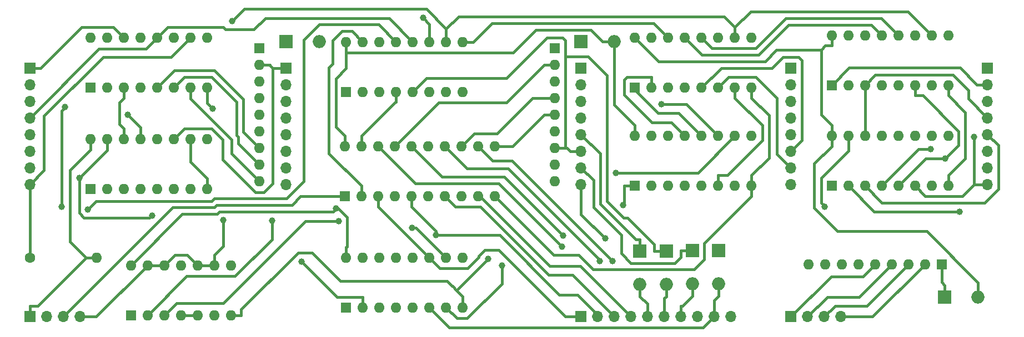
<source format=gbr>
%TF.GenerationSoftware,KiCad,Pcbnew,7.0.2*%
%TF.CreationDate,2023-06-28T00:57:01+01:00*%
%TF.ProjectId,SPI-Z80-BUS_ZXspectrum_impl,5350492d-5a38-4302-9d42-55535f5a5873,rev?*%
%TF.SameCoordinates,PX3473bc0PY19bfcc0*%
%TF.FileFunction,Copper,L2,Bot*%
%TF.FilePolarity,Positive*%
%FSLAX46Y46*%
G04 Gerber Fmt 4.6, Leading zero omitted, Abs format (unit mm)*
G04 Created by KiCad (PCBNEW 7.0.2) date 2023-06-28 00:57:01*
%MOMM*%
%LPD*%
G01*
G04 APERTURE LIST*
%TA.AperFunction,ComponentPad*%
%ADD10R,1.700000X1.700000*%
%TD*%
%TA.AperFunction,ComponentPad*%
%ADD11O,1.700000X1.700000*%
%TD*%
%TA.AperFunction,ComponentPad*%
%ADD12R,1.600000X1.600000*%
%TD*%
%TA.AperFunction,ComponentPad*%
%ADD13O,1.600000X1.600000*%
%TD*%
%TA.AperFunction,ComponentPad*%
%ADD14R,2.000000X2.000000*%
%TD*%
%TA.AperFunction,ComponentPad*%
%ADD15O,2.000000X2.000000*%
%TD*%
%TA.AperFunction,ComponentPad*%
%ADD16C,1.600000*%
%TD*%
%TA.AperFunction,ViaPad*%
%ADD17C,1.000000*%
%TD*%
%TA.AperFunction,Conductor*%
%ADD18C,0.400000*%
%TD*%
G04 APERTURE END LIST*
D10*
%TO.P,LOCAL_CONTROL1,1,Pin_1*%
%TO.N,/SPI-Z80-BUS/LOCAL_CONTROL.RD*%
X120000000Y-50000000D03*
D11*
%TO.P,LOCAL_CONTROL1,2,Pin_2*%
%TO.N,/SPI-Z80-BUS/LOCAL_CONTROL.WR*%
X122540000Y-50000000D03*
%TO.P,LOCAL_CONTROL1,3,Pin_3*%
%TO.N,/SPI-Z80-BUS/LOCAL_CONTROL.IORQ*%
X125080000Y-50000000D03*
%TO.P,LOCAL_CONTROL1,4,Pin_4*%
%TO.N,/SPI-Z80-BUS/LOCAL_CONTROL.MEMRQ*%
X127620000Y-50000000D03*
%TD*%
D12*
%TO.P,ZX80_CONTROL.RD1,1,~{PL}*%
%TO.N,/SPI-Z80-BUS/ESP_SPI_INT.PL*%
X52220000Y-48635000D03*
D13*
%TO.P,ZX80_CONTROL.RD1,2,CP*%
%TO.N,/SPI-Z80-BUS/ESP_SPI_INT.SCK*%
X54760000Y-48635000D03*
%TO.P,ZX80_CONTROL.RD1,3,D4*%
%TO.N,/SPI-Z80-BUS/Z80_CONTROL.BUSRQ*%
X57300000Y-48635000D03*
%TO.P,ZX80_CONTROL.RD1,4,D5*%
%TO.N,/SPI-Z80-BUS/Z80_CONTROL.WAIT*%
X59840000Y-48635000D03*
%TO.P,ZX80_CONTROL.RD1,5,D6*%
%TO.N,/SPI-Z80-BUS/Z80_CONTROL.BUSACK*%
X62380000Y-48635000D03*
%TO.P,ZX80_CONTROL.RD1,6,D7*%
%TO.N,/SPI-Z80-BUS/Z80_CONTROL.NMI*%
X64920000Y-48635000D03*
%TO.P,ZX80_CONTROL.RD1,7,~{Q7}*%
%TO.N,Net-(LOCAL_A-L.RD1-DS)*%
X67460000Y-48635000D03*
%TO.P,ZX80_CONTROL.RD1,8,GND*%
%TO.N,GND*%
X70000000Y-48635000D03*
%TO.P,ZX80_CONTROL.RD1,9,Q7*%
%TO.N,unconnected-(ZX80_CONTROL.RD1-Q7-Pad9)*%
X70000000Y-41015000D03*
%TO.P,ZX80_CONTROL.RD1,10,DS*%
%TO.N,Net-(LOCAL_D.RD1-~{Q7})*%
X67460000Y-41015000D03*
%TO.P,ZX80_CONTROL.RD1,11,D0*%
%TO.N,/SPI-Z80-BUS/Z80_CONTROL.RD*%
X64920000Y-41015000D03*
%TO.P,ZX80_CONTROL.RD1,12,D1*%
%TO.N,/SPI-Z80-BUS/Z80_CONTROL.WR*%
X62380000Y-41015000D03*
%TO.P,ZX80_CONTROL.RD1,13,D2*%
%TO.N,/SPI-Z80-BUS/Z80_CONTROL.IORQ*%
X59840000Y-41015000D03*
%TO.P,ZX80_CONTROL.RD1,14,D3*%
%TO.N,/SPI-Z80-BUS/Z80_CONTROL.MEMRQ*%
X57300000Y-41015000D03*
%TO.P,ZX80_CONTROL.RD1,15,~{CE}*%
%TO.N,/SPI-Z80-BUS/ESP_SPI_INT.CE*%
X54760000Y-41015000D03*
%TO.P,ZX80_CONTROL.RD1,16,VCC*%
%TO.N,+5V*%
X52220000Y-41015000D03*
%TD*%
D14*
%TO.P,D5,1,K*%
%TO.N,/SPI-Z80-BUS/ESP_CONTROL.ROMCS*%
X105000000Y-39920000D03*
D15*
%TO.P,D5,2,A*%
%TO.N,/SPI-Z80-BUS/Z80_CONTROL.ROMCS*%
X105000000Y-45000000D03*
%TD*%
D12*
%TO.P,IC1,1*%
%TO.N,/SPI-Z80-BUS/ESP_PULSE*%
X19375000Y-49800000D03*
D13*
%TO.P,IC1,2*%
%TO.N,/SPI-Z80-BUS/ESP_CONTROL.WR*%
X21915000Y-49800000D03*
%TO.P,IC1,3*%
%TO.N,Net-(CONTROL.SELECT1-1A1)*%
X24455000Y-49800000D03*
%TO.P,IC1,4*%
%TO.N,GND*%
X26995000Y-49800000D03*
%TO.P,IC1,5*%
X29535000Y-49800000D03*
%TO.P,IC1,6*%
%TO.N,unconnected-(IC1-Pad6)*%
X32075000Y-49800000D03*
%TO.P,IC1,7,GND*%
%TO.N,GND*%
X34615000Y-49800000D03*
%TO.P,IC1,8*%
%TO.N,unconnected-(IC1-Pad8)*%
X34615000Y-42180000D03*
%TO.P,IC1,9*%
%TO.N,GND*%
X32075000Y-42180000D03*
%TO.P,IC1,10*%
X29535000Y-42180000D03*
%TO.P,IC1,11*%
%TO.N,unconnected-(IC1-Pad11)*%
X26995000Y-42180000D03*
%TO.P,IC1,12*%
%TO.N,GND*%
X24455000Y-42180000D03*
%TO.P,IC1,13*%
X21915000Y-42180000D03*
%TO.P,IC1,14,VCC*%
%TO.N,+5V*%
X19375000Y-42180000D03*
%TD*%
D10*
%TO.P,J6,1,Pin_1*%
%TO.N,/SPI-Z80-BUS/LOCAL_A0*%
X120000000Y-12000000D03*
D11*
%TO.P,J6,2,Pin_2*%
%TO.N,/SPI-Z80-BUS/LOCAL_A1*%
X120000000Y-14540000D03*
%TO.P,J6,3,Pin_3*%
%TO.N,/SPI-Z80-BUS/LOCAL_A2*%
X120000000Y-17080000D03*
%TO.P,J6,4,Pin_4*%
%TO.N,/SPI-Z80-BUS/LOCAL_A3*%
X120000000Y-19620000D03*
%TO.P,J6,5,Pin_5*%
%TO.N,/SPI-Z80-BUS/LOCAL_A4*%
X120000000Y-22160000D03*
%TO.P,J6,6,Pin_6*%
%TO.N,/SPI-Z80-BUS/LOCAL_A5*%
X120000000Y-24700000D03*
%TO.P,J6,7,Pin_7*%
%TO.N,/SPI-Z80-BUS/LOCAL_A6*%
X120000000Y-27240000D03*
%TO.P,J6,8,Pin_8*%
%TO.N,/SPI-Z80-BUS/LOCAL_A7*%
X120000000Y-29780000D03*
%TD*%
D14*
%TO.P,D3,1,K*%
%TO.N,/SPI-Z80-BUS/ESP_CONTROL.BUSRQ*%
X97000000Y-40000000D03*
D15*
%TO.P,D3,2,A*%
%TO.N,/SPI-Z80-BUS/Z80_CONTROL.BUSRQ*%
X97000000Y-45080000D03*
%TD*%
D12*
%TO.P,RN1,1,common*%
%TO.N,Net-(D7-K)*%
X143000000Y-42000000D03*
D13*
%TO.P,RN1,2,R1*%
%TO.N,/SPI-Z80-BUS/LOCAL_CONTROL.MEMRQ*%
X140460000Y-42000000D03*
%TO.P,RN1,3,R2*%
%TO.N,/SPI-Z80-BUS/LOCAL_CONTROL.IORQ*%
X137920000Y-42000000D03*
%TO.P,RN1,4,R3*%
%TO.N,/SPI-Z80-BUS/LOCAL_CONTROL.WR*%
X135380000Y-42000000D03*
%TO.P,RN1,5,R4*%
%TO.N,/SPI-Z80-BUS/LOCAL_CONTROL.RD*%
X132840000Y-42000000D03*
%TO.P,RN1,6,R5*%
%TO.N,unconnected-(RN1-R5-Pad6)*%
X130300000Y-42000000D03*
%TO.P,RN1,7,R6*%
%TO.N,unconnected-(RN1-R6-Pad7)*%
X127760000Y-42000000D03*
%TO.P,RN1,8,R7*%
%TO.N,unconnected-(RN1-R7-Pad8)*%
X125220000Y-42000000D03*
%TO.P,RN1,9,R8*%
%TO.N,unconnected-(RN1-R8-Pad9)*%
X122680000Y-42000000D03*
%TD*%
D14*
%TO.P,D7,1,K*%
%TO.N,Net-(D7-K)*%
X143460000Y-47000000D03*
D15*
%TO.P,D7,2,A*%
%TO.N,+5V*%
X148540000Y-47000000D03*
%TD*%
D14*
%TO.P,D1,1,K*%
%TO.N,Net-(D1-K)*%
X88000000Y-8000000D03*
D15*
%TO.P,D1,2,A*%
%TO.N,+5V*%
X93080000Y-8000000D03*
%TD*%
D12*
%TO.P,LOCAL_D.WR1,1,QB*%
%TO.N,/SPI-Z80-BUS/LOCAL_D1*%
X13260000Y-15000000D03*
D13*
%TO.P,LOCAL_D.WR1,2,QC*%
%TO.N,/SPI-Z80-BUS/LOCAL_D2*%
X15800000Y-15000000D03*
%TO.P,LOCAL_D.WR1,3,QD*%
%TO.N,/SPI-Z80-BUS/LOCAL_D3*%
X18340000Y-15000000D03*
%TO.P,LOCAL_D.WR1,4,QE*%
%TO.N,/SPI-Z80-BUS/LOCAL_D4*%
X20880000Y-15000000D03*
%TO.P,LOCAL_D.WR1,5,QF*%
%TO.N,/SPI-Z80-BUS/LOCAL_D5*%
X23420000Y-15000000D03*
%TO.P,LOCAL_D.WR1,6,QG*%
%TO.N,/SPI-Z80-BUS/LOCAL_D6*%
X25960000Y-15000000D03*
%TO.P,LOCAL_D.WR1,7,QH*%
%TO.N,/SPI-Z80-BUS/LOCAL_D7*%
X28500000Y-15000000D03*
%TO.P,LOCAL_D.WR1,8,GND*%
%TO.N,GND*%
X31040000Y-15000000D03*
%TO.P,LOCAL_D.WR1,9,QH'*%
%TO.N,Net-(ESP_CONTROL.WR1-SER)*%
X31040000Y-7380000D03*
%TO.P,LOCAL_D.WR1,10,~{SRCLR}*%
%TO.N,/SPI-Z80-BUS/ESP_SPI_INT.MR*%
X28500000Y-7380000D03*
%TO.P,LOCAL_D.WR1,11,SRCLK*%
%TO.N,/SPI-Z80-BUS/ESP_SPI_INT.SCK*%
X25960000Y-7380000D03*
%TO.P,LOCAL_D.WR1,12,RCLK*%
%TO.N,/SPI-Z80-BUS/ESP_SPI_INT.STC*%
X23420000Y-7380000D03*
%TO.P,LOCAL_D.WR1,13,~{OE}*%
%TO.N,/SPI-Z80-BUS/ESP_CONTROL.WR*%
X20880000Y-7380000D03*
%TO.P,LOCAL_D.WR1,14,SER*%
%TO.N,/SPI-Z80-BUS/ESP_SPI_INT.MOSI*%
X18340000Y-7380000D03*
%TO.P,LOCAL_D.WR1,15,QA*%
%TO.N,/SPI-Z80-BUS/LOCAL_D0*%
X15800000Y-7380000D03*
%TO.P,LOCAL_D.WR1,16,VCC*%
%TO.N,+5V*%
X13260000Y-7380000D03*
%TD*%
D12*
%TO.P,LOCAL_D.RD1,1,~{PL}*%
%TO.N,/SPI-Z80-BUS/ESP_SPI_INT.PL*%
X13220000Y-30500000D03*
D13*
%TO.P,LOCAL_D.RD1,2,CP*%
%TO.N,/SPI-Z80-BUS/ESP_SPI_INT.SCK*%
X15760000Y-30500000D03*
%TO.P,LOCAL_D.RD1,3,D4*%
%TO.N,/SPI-Z80-BUS/LOCAL_D4*%
X18300000Y-30500000D03*
%TO.P,LOCAL_D.RD1,4,D5*%
%TO.N,/SPI-Z80-BUS/LOCAL_D5*%
X20840000Y-30500000D03*
%TO.P,LOCAL_D.RD1,5,D6*%
%TO.N,/SPI-Z80-BUS/LOCAL_D6*%
X23380000Y-30500000D03*
%TO.P,LOCAL_D.RD1,6,D7*%
%TO.N,/SPI-Z80-BUS/LOCAL_D7*%
X25920000Y-30500000D03*
%TO.P,LOCAL_D.RD1,7,~{Q7}*%
%TO.N,Net-(LOCAL_D.RD1-~{Q7})*%
X28460000Y-30500000D03*
%TO.P,LOCAL_D.RD1,8,GND*%
%TO.N,GND*%
X31000000Y-30500000D03*
%TO.P,LOCAL_D.RD1,9,Q7*%
%TO.N,unconnected-(LOCAL_D.RD1-Q7-Pad9)*%
X31000000Y-22880000D03*
%TO.P,LOCAL_D.RD1,10,DS*%
%TO.N,GND*%
X28460000Y-22880000D03*
%TO.P,LOCAL_D.RD1,11,D0*%
%TO.N,/SPI-Z80-BUS/LOCAL_D0*%
X25920000Y-22880000D03*
%TO.P,LOCAL_D.RD1,12,D1*%
%TO.N,/SPI-Z80-BUS/LOCAL_D1*%
X23380000Y-22880000D03*
%TO.P,LOCAL_D.RD1,13,D2*%
%TO.N,/SPI-Z80-BUS/LOCAL_D2*%
X20840000Y-22880000D03*
%TO.P,LOCAL_D.RD1,14,D3*%
%TO.N,/SPI-Z80-BUS/LOCAL_D3*%
X18300000Y-22880000D03*
%TO.P,LOCAL_D.RD1,15,~{CE}*%
%TO.N,/SPI-Z80-BUS/ESP_SPI_INT.CE*%
X15760000Y-22880000D03*
%TO.P,LOCAL_D.RD1,16,VCC*%
%TO.N,+5V*%
X13220000Y-22880000D03*
%TD*%
D12*
%TO.P,ESP_CONTROL.WR1,1,QB*%
%TO.N,/SPI-Z80-BUS/ESP_CONTROL.WR*%
X52220000Y-15635000D03*
D13*
%TO.P,ESP_CONTROL.WR1,2,QC*%
%TO.N,/SPI-Z80-BUS/ESP_CONTROL.IORQ*%
X54760000Y-15635000D03*
%TO.P,ESP_CONTROL.WR1,3,QD*%
%TO.N,/SPI-Z80-BUS/ESP_CONTROL.MEMRQ*%
X57300000Y-15635000D03*
%TO.P,ESP_CONTROL.WR1,4,QE*%
%TO.N,/SPI-Z80-BUS/ESP_CONTROL.BUSRQ*%
X59840000Y-15635000D03*
%TO.P,ESP_CONTROL.WR1,5,QF*%
%TO.N,/SPI-Z80-BUS/ESP_CONTROL.WAIT*%
X62380000Y-15635000D03*
%TO.P,ESP_CONTROL.WR1,6,QG*%
%TO.N,/SPI-Z80-BUS/ESP_CONTROL.ROMCS*%
X64920000Y-15635000D03*
%TO.P,ESP_CONTROL.WR1,7,QH*%
%TO.N,/SPI-Z80-BUS/ESP_CONTROL.NMI*%
X67460000Y-15635000D03*
%TO.P,ESP_CONTROL.WR1,8,GND*%
%TO.N,GND*%
X70000000Y-15635000D03*
%TO.P,ESP_CONTROL.WR1,9,QH'*%
%TO.N,Net-(ESP_CONTROL.WR1-QH')*%
X70000000Y-8015000D03*
%TO.P,ESP_CONTROL.WR1,10,~{SRCLR}*%
%TO.N,/SPI-Z80-BUS/ESP_SPI_INT.MR*%
X67460000Y-8015000D03*
%TO.P,ESP_CONTROL.WR1,11,SRCLK*%
%TO.N,/SPI-Z80-BUS/ESP_SPI_INT.SCK*%
X64920000Y-8015000D03*
%TO.P,ESP_CONTROL.WR1,12,RCLK*%
%TO.N,/SPI-Z80-BUS/ESP_SPI_INT.STC*%
X62380000Y-8015000D03*
%TO.P,ESP_CONTROL.WR1,13,~{OE}*%
%TO.N,/SPI-Z80-BUS/ESP_SPI_INT.OE*%
X59840000Y-8015000D03*
%TO.P,ESP_CONTROL.WR1,14,SER*%
%TO.N,Net-(ESP_CONTROL.WR1-SER)*%
X57300000Y-8015000D03*
%TO.P,ESP_CONTROL.WR1,15,QA*%
%TO.N,/SPI-Z80-BUS/ESP_CONTROL.RD*%
X54760000Y-8015000D03*
%TO.P,ESP_CONTROL.WR1,16,VCC*%
%TO.N,+5V*%
X52220000Y-8015000D03*
%TD*%
D10*
%TO.P,J3,1,Pin_1*%
%TO.N,/SPI-Z80-BUS/ESP_SPI_INT.MOSI*%
X4000000Y-12000000D03*
D11*
%TO.P,J3,2,Pin_2*%
%TO.N,/SPI-Z80-BUS/ESP_SPI_INT.MISO*%
X4000000Y-14540000D03*
%TO.P,J3,3,Pin_3*%
%TO.N,/SPI-Z80-BUS/ESP_SPI_INT.SCK*%
X4000000Y-17080000D03*
%TO.P,J3,4,Pin_4*%
%TO.N,/SPI-Z80-BUS/ESP_SPI_INT.STC*%
X4000000Y-19620000D03*
%TO.P,J3,5,Pin_5*%
%TO.N,/SPI-Z80-BUS/ESP_SPI_INT.PL*%
X4000000Y-22160000D03*
%TO.P,J3,6,Pin_6*%
%TO.N,/SPI-Z80-BUS/ESP_SPI_INT.CE*%
X4000000Y-24700000D03*
%TO.P,J3,7,Pin_7*%
%TO.N,/SPI-Z80-BUS/ESP_SPI_INT.OE*%
X4000000Y-27240000D03*
%TO.P,J3,8,Pin_8*%
%TO.N,/SPI-Z80-BUS/ESP_SPI_INT.MR*%
X4000000Y-29780000D03*
%TD*%
D12*
%TO.P,CONTROL.SELECT1,1,1OE*%
%TO.N,/SPI-Z80-BUS/!ESP_HARDLOCK*%
X52000000Y-31620000D03*
D13*
%TO.P,CONTROL.SELECT1,2,1A0*%
%TO.N,/SPI-Z80-BUS/ESP_CONTROL.RD*%
X54540000Y-31620000D03*
%TO.P,CONTROL.SELECT1,3,2Y0*%
%TO.N,/SPI-Z80-BUS/Z80_CONTROL.RD*%
X57080000Y-31620000D03*
%TO.P,CONTROL.SELECT1,4,1A1*%
%TO.N,Net-(CONTROL.SELECT1-1A1)*%
X59620000Y-31620000D03*
%TO.P,CONTROL.SELECT1,5,2Y1*%
%TO.N,/SPI-Z80-BUS/Z80_CONTROL.WR*%
X62160000Y-31620000D03*
%TO.P,CONTROL.SELECT1,6,1A2*%
%TO.N,/SPI-Z80-BUS/ESP_CONTROL.IORQ*%
X64700000Y-31620000D03*
%TO.P,CONTROL.SELECT1,7,2Y2*%
%TO.N,/SPI-Z80-BUS/Z80_CONTROL.IORQ*%
X67240000Y-31620000D03*
%TO.P,CONTROL.SELECT1,8,1A3*%
%TO.N,/SPI-Z80-BUS/ESP_CONTROL.MEMRQ*%
X69780000Y-31620000D03*
%TO.P,CONTROL.SELECT1,9,2Y3*%
%TO.N,/SPI-Z80-BUS/Z80_CONTROL.MEMRQ*%
X72320000Y-31620000D03*
%TO.P,CONTROL.SELECT1,10,GND*%
%TO.N,GND*%
X74860000Y-31620000D03*
%TO.P,CONTROL.SELECT1,11,2A3*%
%TO.N,/SPI-Z80-BUS/ESP_CONTROL.MEMRQ*%
X74860000Y-24000000D03*
%TO.P,CONTROL.SELECT1,12,1Y3*%
%TO.N,/SPI-Z80-BUS/LOCAL_CONTROL.MEMRQ*%
X72320000Y-24000000D03*
%TO.P,CONTROL.SELECT1,13,2A2*%
%TO.N,/SPI-Z80-BUS/ESP_CONTROL.IORQ*%
X69780000Y-24000000D03*
%TO.P,CONTROL.SELECT1,14,1Y2*%
%TO.N,/SPI-Z80-BUS/LOCAL_CONTROL.IORQ*%
X67240000Y-24000000D03*
%TO.P,CONTROL.SELECT1,15,2A1*%
%TO.N,Net-(CONTROL.SELECT1-1A1)*%
X64700000Y-24000000D03*
%TO.P,CONTROL.SELECT1,16,1Y1*%
%TO.N,/SPI-Z80-BUS/LOCAL_CONTROL.WR*%
X62160000Y-24000000D03*
%TO.P,CONTROL.SELECT1,17,2A0*%
%TO.N,/SPI-Z80-BUS/ESP_CONTROL.RD*%
X59620000Y-24000000D03*
%TO.P,CONTROL.SELECT1,18,1Y0*%
%TO.N,/SPI-Z80-BUS/LOCAL_CONTROL.RD*%
X57080000Y-24000000D03*
%TO.P,CONTROL.SELECT1,19,2OE*%
%TO.N,/SPI-Z80-BUS/ESP_CONTROL.BUSRQ*%
X54540000Y-24000000D03*
%TO.P,CONTROL.SELECT1,20,VCC*%
%TO.N,+5V*%
X52000000Y-24000000D03*
%TD*%
D14*
%TO.P,D4,1,K*%
%TO.N,/SPI-Z80-BUS/ESP_CONTROL.WAIT*%
X101000000Y-40000000D03*
D15*
%TO.P,D4,2,A*%
%TO.N,/SPI-Z80-BUS/Z80_CONTROL.WAIT*%
X101000000Y-45080000D03*
%TD*%
D10*
%TO.P,J1,1,Pin_1*%
%TO.N,+5V*%
X4000000Y-50000000D03*
D11*
%TO.P,J1,2,Pin_2*%
%TO.N,/SPI-Z80-BUS/ESP_PULSE*%
X6540000Y-50000000D03*
%TO.P,J1,3,Pin_3*%
%TO.N,/SPI-Z80-BUS/!ESP_HARDLOCK*%
X9080000Y-50000000D03*
%TO.P,J1,4,Pin_4*%
%TO.N,GND*%
X11620000Y-50000000D03*
%TD*%
D10*
%TO.P,J7,1,Pin_1*%
%TO.N,/SPI-Z80-BUS/LOCAL_A8*%
X150000000Y-12000000D03*
D11*
%TO.P,J7,2,Pin_2*%
%TO.N,/SPI-Z80-BUS/LOCAL_A9*%
X150000000Y-14540000D03*
%TO.P,J7,3,Pin_3*%
%TO.N,/SPI-Z80-BUS/LOCAL_A10*%
X150000000Y-17080000D03*
%TO.P,J7,4,Pin_4*%
%TO.N,/SPI-Z80-BUS/LOCAL_A11*%
X150000000Y-19620000D03*
%TO.P,J7,5,Pin_5*%
%TO.N,/SPI-Z80-BUS/LOCAL_A12*%
X150000000Y-22160000D03*
%TO.P,J7,6,Pin_6*%
%TO.N,/SPI-Z80-BUS/LOCAL_A13*%
X150000000Y-24700000D03*
%TO.P,J7,7,Pin_7*%
%TO.N,/SPI-Z80-BUS/LOCAL_A14*%
X150000000Y-27240000D03*
%TO.P,J7,8,Pin_8*%
%TO.N,/SPI-Z80-BUS/LOCAL_A15*%
X150000000Y-29780000D03*
%TD*%
D12*
%TO.P,LOCAL_ADDR-H.WR1,1,QB*%
%TO.N,/SPI-Z80-BUS/LOCAL_A9*%
X126220000Y-14620000D03*
D13*
%TO.P,LOCAL_ADDR-H.WR1,2,QC*%
%TO.N,/SPI-Z80-BUS/LOCAL_A10*%
X128760000Y-14620000D03*
%TO.P,LOCAL_ADDR-H.WR1,3,QD*%
%TO.N,/SPI-Z80-BUS/LOCAL_A11*%
X131300000Y-14620000D03*
%TO.P,LOCAL_ADDR-H.WR1,4,QE*%
%TO.N,/SPI-Z80-BUS/LOCAL_A12*%
X133840000Y-14620000D03*
%TO.P,LOCAL_ADDR-H.WR1,5,QF*%
%TO.N,/SPI-Z80-BUS/LOCAL_A13*%
X136380000Y-14620000D03*
%TO.P,LOCAL_ADDR-H.WR1,6,QG*%
%TO.N,/SPI-Z80-BUS/LOCAL_A14*%
X138920000Y-14620000D03*
%TO.P,LOCAL_ADDR-H.WR1,7,QH*%
%TO.N,/SPI-Z80-BUS/LOCAL_A15*%
X141460000Y-14620000D03*
%TO.P,LOCAL_ADDR-H.WR1,8,GND*%
%TO.N,GND*%
X144000000Y-14620000D03*
%TO.P,LOCAL_ADDR-H.WR1,9,QH'*%
%TO.N,unconnected-(LOCAL_ADDR-H.WR1-QH'-Pad9)*%
X144000000Y-7000000D03*
%TO.P,LOCAL_ADDR-H.WR1,10,~{SRCLR}*%
%TO.N,/SPI-Z80-BUS/ESP_SPI_INT.MR*%
X141460000Y-7000000D03*
%TO.P,LOCAL_ADDR-H.WR1,11,SRCLK*%
%TO.N,/SPI-Z80-BUS/ESP_SPI_INT.SCK*%
X138920000Y-7000000D03*
%TO.P,LOCAL_ADDR-H.WR1,12,RCLK*%
%TO.N,/SPI-Z80-BUS/ESP_SPI_INT.STC*%
X136380000Y-7000000D03*
%TO.P,LOCAL_ADDR-H.WR1,13,~{OE}*%
%TO.N,/SPI-Z80-BUS/ESP_SPI_INT.OE*%
X133840000Y-7000000D03*
%TO.P,LOCAL_ADDR-H.WR1,14,SER*%
%TO.N,Net-(LOCAL_ADDR-H.WR1-SER)*%
X131300000Y-7000000D03*
%TO.P,LOCAL_ADDR-H.WR1,15,QA*%
%TO.N,/SPI-Z80-BUS/LOCAL_A8*%
X128760000Y-7000000D03*
%TO.P,LOCAL_ADDR-H.WR1,16,VCC*%
%TO.N,+5V*%
X126220000Y-7000000D03*
%TD*%
D12*
%TO.P,LOCAL_ADDR-L.WR1,1,QB*%
%TO.N,/SPI-Z80-BUS/LOCAL_A1*%
X96220000Y-15000000D03*
D13*
%TO.P,LOCAL_ADDR-L.WR1,2,QC*%
%TO.N,/SPI-Z80-BUS/LOCAL_A2*%
X98760000Y-15000000D03*
%TO.P,LOCAL_ADDR-L.WR1,3,QD*%
%TO.N,/SPI-Z80-BUS/LOCAL_A3*%
X101300000Y-15000000D03*
%TO.P,LOCAL_ADDR-L.WR1,4,QE*%
%TO.N,/SPI-Z80-BUS/LOCAL_A4*%
X103840000Y-15000000D03*
%TO.P,LOCAL_ADDR-L.WR1,5,QF*%
%TO.N,/SPI-Z80-BUS/LOCAL_A5*%
X106380000Y-15000000D03*
%TO.P,LOCAL_ADDR-L.WR1,6,QG*%
%TO.N,/SPI-Z80-BUS/LOCAL_A6*%
X108920000Y-15000000D03*
%TO.P,LOCAL_ADDR-L.WR1,7,QH*%
%TO.N,/SPI-Z80-BUS/LOCAL_A7*%
X111460000Y-15000000D03*
%TO.P,LOCAL_ADDR-L.WR1,8,GND*%
%TO.N,GND*%
X114000000Y-15000000D03*
%TO.P,LOCAL_ADDR-L.WR1,9,QH'*%
%TO.N,Net-(LOCAL_ADDR-H.WR1-SER)*%
X114000000Y-7380000D03*
%TO.P,LOCAL_ADDR-L.WR1,10,~{SRCLR}*%
%TO.N,/SPI-Z80-BUS/ESP_SPI_INT.MR*%
X111460000Y-7380000D03*
%TO.P,LOCAL_ADDR-L.WR1,11,SRCLK*%
%TO.N,/SPI-Z80-BUS/ESP_SPI_INT.SCK*%
X108920000Y-7380000D03*
%TO.P,LOCAL_ADDR-L.WR1,12,RCLK*%
%TO.N,/SPI-Z80-BUS/ESP_SPI_INT.STC*%
X106380000Y-7380000D03*
%TO.P,LOCAL_ADDR-L.WR1,13,~{OE}*%
%TO.N,/SPI-Z80-BUS/ESP_SPI_INT.OE*%
X103840000Y-7380000D03*
%TO.P,LOCAL_ADDR-L.WR1,14,SER*%
%TO.N,Net-(ESP_CONTROL.WR1-QH')*%
X101300000Y-7380000D03*
%TO.P,LOCAL_ADDR-L.WR1,15,QA*%
%TO.N,/SPI-Z80-BUS/LOCAL_A0*%
X98760000Y-7380000D03*
%TO.P,LOCAL_ADDR-L.WR1,16,VCC*%
%TO.N,+5V*%
X96220000Y-7380000D03*
%TD*%
D14*
%TO.P,D6,1,K*%
%TO.N,/SPI-Z80-BUS/ESP_CONTROL.NMI*%
X109000000Y-39920000D03*
D15*
%TO.P,D6,2,A*%
%TO.N,/SPI-Z80-BUS/Z80_CONTROL.NMI*%
X109000000Y-45000000D03*
%TD*%
D12*
%TO.P,LOCAL_A-H.RD1,1,~{PL}*%
%TO.N,/SPI-Z80-BUS/ESP_SPI_INT.PL*%
X126220000Y-30000000D03*
D13*
%TO.P,LOCAL_A-H.RD1,2,CP*%
%TO.N,/SPI-Z80-BUS/ESP_SPI_INT.SCK*%
X128760000Y-30000000D03*
%TO.P,LOCAL_A-H.RD1,3,D4*%
%TO.N,/SPI-Z80-BUS/LOCAL_A12*%
X131300000Y-30000000D03*
%TO.P,LOCAL_A-H.RD1,4,D5*%
%TO.N,/SPI-Z80-BUS/LOCAL_A13*%
X133840000Y-30000000D03*
%TO.P,LOCAL_A-H.RD1,5,D6*%
%TO.N,/SPI-Z80-BUS/LOCAL_A14*%
X136380000Y-30000000D03*
%TO.P,LOCAL_A-H.RD1,6,D7*%
%TO.N,/SPI-Z80-BUS/LOCAL_A15*%
X138920000Y-30000000D03*
%TO.P,LOCAL_A-H.RD1,7,~{Q7}*%
%TO.N,/SPI-Z80-BUS/ESP_SPI_INT.MISO*%
X141460000Y-30000000D03*
%TO.P,LOCAL_A-H.RD1,8,GND*%
%TO.N,GND*%
X144000000Y-30000000D03*
%TO.P,LOCAL_A-H.RD1,9,Q7*%
%TO.N,unconnected-(LOCAL_A-H.RD1-Q7-Pad9)*%
X144000000Y-22380000D03*
%TO.P,LOCAL_A-H.RD1,10,DS*%
%TO.N,Net-(LOCAL_A-H.RD1-DS)*%
X141460000Y-22380000D03*
%TO.P,LOCAL_A-H.RD1,11,D0*%
%TO.N,/SPI-Z80-BUS/LOCAL_A8*%
X138920000Y-22380000D03*
%TO.P,LOCAL_A-H.RD1,12,D1*%
%TO.N,/SPI-Z80-BUS/LOCAL_A9*%
X136380000Y-22380000D03*
%TO.P,LOCAL_A-H.RD1,13,D2*%
%TO.N,/SPI-Z80-BUS/LOCAL_A10*%
X133840000Y-22380000D03*
%TO.P,LOCAL_A-H.RD1,14,D3*%
%TO.N,/SPI-Z80-BUS/LOCAL_A11*%
X131300000Y-22380000D03*
%TO.P,LOCAL_A-H.RD1,15,~{CE}*%
%TO.N,/SPI-Z80-BUS/ESP_SPI_INT.CE*%
X128760000Y-22380000D03*
%TO.P,LOCAL_A-H.RD1,16,VCC*%
%TO.N,+5V*%
X126220000Y-22380000D03*
%TD*%
D12*
%TO.P,ESP_CONTROL.Bias1,1,common*%
%TO.N,Net-(D1-K)*%
X84000000Y-9000000D03*
D13*
%TO.P,ESP_CONTROL.Bias1,2,R1*%
%TO.N,/SPI-Z80-BUS/ESP_CONTROL.RD*%
X84000000Y-11540000D03*
%TO.P,ESP_CONTROL.Bias1,3,R2*%
%TO.N,/SPI-Z80-BUS/ESP_CONTROL.WR*%
X84000000Y-14080000D03*
%TO.P,ESP_CONTROL.Bias1,4,R3*%
%TO.N,/SPI-Z80-BUS/ESP_CONTROL.IORQ*%
X84000000Y-16620000D03*
%TO.P,ESP_CONTROL.Bias1,5,R4*%
%TO.N,/SPI-Z80-BUS/ESP_CONTROL.MEMRQ*%
X84000000Y-19160000D03*
%TO.P,ESP_CONTROL.Bias1,6,R5*%
%TO.N,/SPI-Z80-BUS/ESP_CONTROL.BUSRQ*%
X84000000Y-21700000D03*
%TO.P,ESP_CONTROL.Bias1,7,R6*%
%TO.N,/SPI-Z80-BUS/ESP_CONTROL.WAIT*%
X84000000Y-24240000D03*
%TO.P,ESP_CONTROL.Bias1,8,R7*%
%TO.N,/SPI-Z80-BUS/ESP_CONTROL.ROMCS*%
X84000000Y-26780000D03*
%TO.P,ESP_CONTROL.Bias1,9,R8*%
%TO.N,/SPI-Z80-BUS/ESP_CONTROL.NMI*%
X84000000Y-29320000D03*
%TD*%
D14*
%TO.P,D2,1,K*%
%TO.N,Net-(D2-K)*%
X43000000Y-8000000D03*
D15*
%TO.P,D2,2,A*%
%TO.N,+5V*%
X48080000Y-8000000D03*
%TD*%
D12*
%TO.P,LOCAL_A-L.RD1,1,~{PL}*%
%TO.N,/SPI-Z80-BUS/ESP_SPI_INT.PL*%
X96220000Y-30000000D03*
D13*
%TO.P,LOCAL_A-L.RD1,2,CP*%
%TO.N,/SPI-Z80-BUS/ESP_SPI_INT.SCK*%
X98760000Y-30000000D03*
%TO.P,LOCAL_A-L.RD1,3,D4*%
%TO.N,/SPI-Z80-BUS/LOCAL_A4*%
X101300000Y-30000000D03*
%TO.P,LOCAL_A-L.RD1,4,D5*%
%TO.N,/SPI-Z80-BUS/LOCAL_A5*%
X103840000Y-30000000D03*
%TO.P,LOCAL_A-L.RD1,5,D6*%
%TO.N,/SPI-Z80-BUS/LOCAL_A6*%
X106380000Y-30000000D03*
%TO.P,LOCAL_A-L.RD1,6,D7*%
%TO.N,/SPI-Z80-BUS/LOCAL_A7*%
X108920000Y-30000000D03*
%TO.P,LOCAL_A-L.RD1,7,~{Q7}*%
%TO.N,Net-(LOCAL_A-H.RD1-DS)*%
X111460000Y-30000000D03*
%TO.P,LOCAL_A-L.RD1,8,GND*%
%TO.N,GND*%
X114000000Y-30000000D03*
%TO.P,LOCAL_A-L.RD1,9,Q7*%
%TO.N,unconnected-(LOCAL_A-L.RD1-Q7-Pad9)*%
X114000000Y-22380000D03*
%TO.P,LOCAL_A-L.RD1,10,DS*%
%TO.N,Net-(LOCAL_A-L.RD1-DS)*%
X111460000Y-22380000D03*
%TO.P,LOCAL_A-L.RD1,11,D0*%
%TO.N,/SPI-Z80-BUS/LOCAL_A0*%
X108920000Y-22380000D03*
%TO.P,LOCAL_A-L.RD1,12,D1*%
%TO.N,/SPI-Z80-BUS/LOCAL_A1*%
X106380000Y-22380000D03*
%TO.P,LOCAL_A-L.RD1,13,D2*%
%TO.N,/SPI-Z80-BUS/LOCAL_A2*%
X103840000Y-22380000D03*
%TO.P,LOCAL_A-L.RD1,14,D3*%
%TO.N,/SPI-Z80-BUS/LOCAL_A3*%
X101300000Y-22380000D03*
%TO.P,LOCAL_A-L.RD1,15,~{CE}*%
%TO.N,/SPI-Z80-BUS/ESP_SPI_INT.CE*%
X98760000Y-22380000D03*
%TO.P,LOCAL_A-L.RD1,16,VCC*%
%TO.N,+5V*%
X96220000Y-22380000D03*
%TD*%
D10*
%TO.P,J2,1,Pin_1*%
%TO.N,/SPI-Z80-BUS/LOCAL_D0*%
X43000000Y-12000000D03*
D11*
%TO.P,J2,2,Pin_2*%
%TO.N,/SPI-Z80-BUS/LOCAL_D1*%
X43000000Y-14540000D03*
%TO.P,J2,3,Pin_3*%
%TO.N,/SPI-Z80-BUS/LOCAL_D2*%
X43000000Y-17080000D03*
%TO.P,J2,4,Pin_4*%
%TO.N,/SPI-Z80-BUS/LOCAL_D3*%
X43000000Y-19620000D03*
%TO.P,J2,5,Pin_5*%
%TO.N,/SPI-Z80-BUS/LOCAL_D4*%
X43000000Y-22160000D03*
%TO.P,J2,6,Pin_6*%
%TO.N,/SPI-Z80-BUS/LOCAL_D5*%
X43000000Y-24700000D03*
%TO.P,J2,7,Pin_7*%
%TO.N,/SPI-Z80-BUS/LOCAL_D6*%
X43000000Y-27240000D03*
%TO.P,J2,8,Pin_8*%
%TO.N,/SPI-Z80-BUS/LOCAL_D7*%
X43000000Y-29780000D03*
%TD*%
D10*
%TO.P,J5,1,Pin_1*%
%TO.N,/SPI-Z80-BUS/Z80_CONTROL.RD*%
X88000000Y-50000000D03*
D11*
%TO.P,J5,2,Pin_2*%
%TO.N,/SPI-Z80-BUS/Z80_CONTROL.WR*%
X90540000Y-50000000D03*
%TO.P,J5,3,Pin_3*%
%TO.N,/SPI-Z80-BUS/Z80_CONTROL.IORQ*%
X93080000Y-50000000D03*
%TO.P,J5,4,Pin_4*%
%TO.N,/SPI-Z80-BUS/Z80_CONTROL.MEMRQ*%
X95620000Y-50000000D03*
%TO.P,J5,5,Pin_5*%
%TO.N,/SPI-Z80-BUS/Z80_CONTROL.BUSRQ*%
X98160000Y-50000000D03*
%TO.P,J5,6,Pin_6*%
%TO.N,/SPI-Z80-BUS/Z80_CONTROL.WAIT*%
X100700000Y-50000000D03*
%TO.P,J5,7,Pin_7*%
%TO.N,/SPI-Z80-BUS/Z80_CONTROL.ROMCS*%
X103240000Y-50000000D03*
%TO.P,J5,8,Pin_8*%
%TO.N,/SPI-Z80-BUS/Z80_CONTROL.BUSACK*%
X105780000Y-50000000D03*
%TO.P,J5,9,Pin_9*%
%TO.N,/SPI-Z80-BUS/Z80_CONTROL.NMI*%
X108320000Y-50000000D03*
%TO.P,J5,10,Pin_10*%
%TO.N,/SPI-Z80-BUS/Z80_CONTROL.RESET*%
X110860000Y-50000000D03*
%TD*%
D16*
%TO.P,R1,1*%
%TO.N,/SPI-Z80-BUS/ESP_SPI_INT.MR*%
X4000000Y-41000000D03*
D13*
%TO.P,R1,2*%
%TO.N,+5V*%
X14160000Y-41000000D03*
%TD*%
D12*
%TO.P,LOCAL_D.Bias1,1,common*%
%TO.N,Net-(D2-K)*%
X39000000Y-9000000D03*
D13*
%TO.P,LOCAL_D.Bias1,2,R1*%
%TO.N,/SPI-Z80-BUS/LOCAL_D0*%
X39000000Y-11540000D03*
%TO.P,LOCAL_D.Bias1,3,R2*%
%TO.N,/SPI-Z80-BUS/LOCAL_D1*%
X39000000Y-14080000D03*
%TO.P,LOCAL_D.Bias1,4,R3*%
%TO.N,/SPI-Z80-BUS/LOCAL_D2*%
X39000000Y-16620000D03*
%TO.P,LOCAL_D.Bias1,5,R4*%
%TO.N,/SPI-Z80-BUS/LOCAL_D3*%
X39000000Y-19160000D03*
%TO.P,LOCAL_D.Bias1,6,R5*%
%TO.N,/SPI-Z80-BUS/LOCAL_D4*%
X39000000Y-21700000D03*
%TO.P,LOCAL_D.Bias1,7,R6*%
%TO.N,/SPI-Z80-BUS/LOCAL_D5*%
X39000000Y-24240000D03*
%TO.P,LOCAL_D.Bias1,8,R7*%
%TO.N,/SPI-Z80-BUS/LOCAL_D6*%
X39000000Y-26780000D03*
%TO.P,LOCAL_D.Bias1,9,R8*%
%TO.N,/SPI-Z80-BUS/LOCAL_D7*%
X39000000Y-29320000D03*
%TD*%
D10*
%TO.P,J4,1,Pin_1*%
%TO.N,/SPI-Z80-BUS/ESP_CONTROL.RD*%
X88000000Y-12000000D03*
D11*
%TO.P,J4,2,Pin_2*%
%TO.N,/SPI-Z80-BUS/ESP_CONTROL.WR*%
X88000000Y-14540000D03*
%TO.P,J4,3,Pin_3*%
%TO.N,/SPI-Z80-BUS/ESP_CONTROL.IORQ*%
X88000000Y-17080000D03*
%TO.P,J4,4,Pin_4*%
%TO.N,/SPI-Z80-BUS/ESP_CONTROL.MEMRQ*%
X88000000Y-19620000D03*
%TO.P,J4,5,Pin_5*%
%TO.N,/SPI-Z80-BUS/ESP_CONTROL.BUSRQ*%
X88000000Y-22160000D03*
%TO.P,J4,6,Pin_6*%
%TO.N,/SPI-Z80-BUS/ESP_CONTROL.WAIT*%
X88000000Y-24700000D03*
%TO.P,J4,7,Pin_7*%
%TO.N,/SPI-Z80-BUS/ESP_CONTROL.ROMCS*%
X88000000Y-27240000D03*
%TO.P,J4,8,Pin_8*%
%TO.N,/SPI-Z80-BUS/ESP_CONTROL.NMI*%
X88000000Y-29780000D03*
%TD*%
D17*
%TO.N,Net-(CONTROL.SELECT1-1A1)*%
X51042600Y-35385800D03*
%TO.N,/SPI-Z80-BUS/Z80_CONTROL.WR*%
X65856100Y-37538900D03*
%TO.N,GND*%
X73881000Y-41119200D03*
X33437300Y-35261200D03*
X31858300Y-18204300D03*
%TO.N,/SPI-Z80-BUS/LOCAL_CONTROL.MEMRQ*%
X92834000Y-41483000D03*
%TO.N,/SPI-Z80-BUS/LOCAL_CONTROL.IORQ*%
X90883500Y-41468900D03*
%TO.N,/SPI-Z80-BUS/LOCAL_CONTROL.WR*%
X85300200Y-37627000D03*
%TO.N,/SPI-Z80-BUS/LOCAL_CONTROL.RD*%
X85099200Y-39264700D03*
%TO.N,+5V*%
X50689600Y-33489300D03*
%TO.N,/SPI-Z80-BUS/ESP_CONTROL.NMI*%
X91719700Y-38065900D03*
%TO.N,/SPI-Z80-BUS/ESP_CONTROL.WR*%
X40885100Y-35323500D03*
%TO.N,/SPI-Z80-BUS/ESP_SPI_INT.MR*%
X34853900Y-4836500D03*
%TO.N,/SPI-Z80-BUS/ESP_SPI_INT.SCK*%
X145695200Y-33949900D03*
X63914000Y-4307800D03*
X45400700Y-41574700D03*
%TO.N,/SPI-Z80-BUS/ESP_SPI_INT.OE*%
X12831400Y-33594400D03*
%TO.N,/SPI-Z80-BUS/LOCAL_D2*%
X18924400Y-19161800D03*
%TO.N,/SPI-Z80-BUS/LOCAL_A0*%
X100304300Y-17528600D03*
%TO.N,/SPI-Z80-BUS/LOCAL_A13*%
X141354500Y-24368400D03*
%TO.N,/SPI-Z80-BUS/LOCAL_A14*%
X143568100Y-25797100D03*
%TO.N,/SPI-Z80-BUS/LOCAL_A15*%
X147931800Y-22565600D03*
%TO.N,/SPI-Z80-BUS/ESP_SPI_INT.MISO*%
X8800300Y-33220900D03*
X9360600Y-17995700D03*
%TO.N,/SPI-Z80-BUS/ESP_SPI_INT.PL*%
X94460000Y-32967400D03*
%TO.N,/SPI-Z80-BUS/ESP_SPI_INT.CE*%
X22624300Y-34515600D03*
X125167200Y-33170600D03*
X11500000Y-28790600D03*
%TO.N,Net-(LOCAL_A-L.RD1-DS)*%
X93296100Y-28023700D03*
X75949000Y-42154300D03*
%TO.N,Net-(LOCAL_D.RD1-~{Q7})*%
X62226900Y-36393800D03*
%TD*%
D18*
%TO.N,/SPI-Z80-BUS/ESP_CONTROL.BUSRQ*%
X59704800Y-17235100D02*
X54540000Y-22399900D01*
X97000000Y-40000000D02*
X97000000Y-38199900D01*
X54540000Y-24000000D02*
X54540000Y-22399900D01*
X59840000Y-17235100D02*
X59704800Y-17235100D01*
X90933100Y-25093100D02*
X88000000Y-22160000D01*
X96381300Y-38199900D02*
X90933100Y-32751700D01*
X59840000Y-15635000D02*
X59840000Y-17235100D01*
X97000000Y-38199900D02*
X96381300Y-38199900D01*
X90933100Y-32751700D02*
X90933100Y-25093100D01*
%TO.N,/SPI-Z80-BUS/ESP_CONTROL.RD*%
X53147800Y-6402800D02*
X54760000Y-8015000D01*
X59620000Y-24000000D02*
X66297600Y-17322400D01*
X49563500Y-25043400D02*
X49563500Y-11913200D01*
X66297600Y-17322400D02*
X76617500Y-17322400D01*
X50114300Y-7839400D02*
X51550900Y-6402800D01*
X84000000Y-11540000D02*
X82399900Y-11540000D01*
X76617500Y-17322400D02*
X82399900Y-11540000D01*
X54540000Y-30019900D02*
X49563500Y-25043400D01*
X50114300Y-11362400D02*
X50114300Y-7839400D01*
X51550900Y-6402800D02*
X53147800Y-6402800D01*
X54540000Y-31620000D02*
X54540000Y-30019900D01*
X49563500Y-11913200D02*
X50114300Y-11362400D01*
%TO.N,/SPI-Z80-BUS/Z80_CONTROL.RD*%
X72444300Y-40713100D02*
X72444300Y-40925400D01*
X73345000Y-39812400D02*
X72444300Y-40713100D01*
X64920000Y-41015000D02*
X57125100Y-33220100D01*
X85638900Y-50000000D02*
X75451300Y-39812400D01*
X70754600Y-42615100D02*
X66520100Y-42615100D01*
X88000000Y-50000000D02*
X85638900Y-50000000D01*
X75451300Y-39812400D02*
X73345000Y-39812400D01*
X57080000Y-31620000D02*
X57080000Y-33220100D01*
X72444300Y-40925400D02*
X70754600Y-42615100D01*
X66520100Y-42615100D02*
X64920000Y-41015000D01*
X57125100Y-33220100D02*
X57080000Y-33220100D01*
%TO.N,Net-(CONTROL.SELECT1-1A1)*%
X46014600Y-35385800D02*
X33464700Y-47935700D01*
X33464700Y-47935700D02*
X26319300Y-47935700D01*
X26319300Y-47935700D02*
X24455000Y-49800000D01*
X51042600Y-35385800D02*
X46014600Y-35385800D01*
%TO.N,/SPI-Z80-BUS/Z80_CONTROL.WR*%
X90540000Y-49683400D02*
X87517400Y-46660800D01*
X65856100Y-36916200D02*
X62160000Y-33220100D01*
X90540000Y-50000000D02*
X90540000Y-49683400D01*
X62160000Y-31620000D02*
X62160000Y-33220100D01*
X65856100Y-37538900D02*
X65856100Y-36916200D01*
X84714100Y-46660800D02*
X75592200Y-37538900D01*
X75592200Y-37538900D02*
X65856100Y-37538900D01*
X87517400Y-46660800D02*
X84714100Y-46660800D01*
%TO.N,/SPI-Z80-BUS/ESP_CONTROL.IORQ*%
X71727700Y-22052300D02*
X75217100Y-22052300D01*
X69780000Y-24000000D02*
X71727700Y-22052300D01*
X80649400Y-16620000D02*
X84000000Y-16620000D01*
X75217100Y-22052300D02*
X80649400Y-16620000D01*
%TO.N,/SPI-Z80-BUS/Z80_CONTROL.IORQ*%
X67240000Y-31620000D02*
X68840200Y-33220200D01*
X68840200Y-33220200D02*
X72688000Y-33220200D01*
X83112300Y-43644500D02*
X86724500Y-43644500D01*
X86724500Y-43644500D02*
X93080000Y-50000000D01*
X72688000Y-33220200D02*
X83112300Y-43644500D01*
%TO.N,/SPI-Z80-BUS/ESP_CONTROL.MEMRQ*%
X77559900Y-24000000D02*
X82399900Y-19160000D01*
X84000000Y-19160000D02*
X82399900Y-19160000D01*
X74860000Y-24000000D02*
X77559900Y-24000000D01*
%TO.N,/SPI-Z80-BUS/Z80_CONTROL.MEMRQ*%
X87902800Y-42282800D02*
X83250400Y-42282800D01*
X83250400Y-42282800D02*
X72587600Y-31620000D01*
X95620000Y-50000000D02*
X87902800Y-42282800D01*
X72587600Y-31620000D02*
X72320000Y-31620000D01*
%TO.N,GND*%
X36215100Y-48902700D02*
X44882200Y-40235600D01*
X31040000Y-17386000D02*
X31040000Y-16600100D01*
X31040000Y-15000000D02*
X31040000Y-16600100D01*
X70000000Y-48635000D02*
X70000000Y-47034900D01*
X24455000Y-42180000D02*
X23515100Y-42180000D01*
X144000000Y-28399900D02*
X146600400Y-25799500D01*
X32075000Y-42180000D02*
X31135100Y-42180000D01*
X144000000Y-30000000D02*
X144000000Y-28399900D01*
X36215100Y-49800000D02*
X36215100Y-48902700D01*
X105259800Y-42800300D02*
X106800200Y-41259900D01*
X144000000Y-14620000D02*
X144000000Y-16220100D01*
X29535000Y-49800000D02*
X27934900Y-49800000D01*
X114000000Y-15000000D02*
X114000000Y-16600100D01*
X32075000Y-42180000D02*
X32075000Y-40579900D01*
X67559600Y-44516500D02*
X68391400Y-45348300D01*
X31858300Y-18204300D02*
X31040000Y-17386000D01*
X146600400Y-18820500D02*
X144000000Y-16220100D01*
X47038800Y-40235600D02*
X51319700Y-44516500D01*
X26061200Y-40573800D02*
X24455000Y-42180000D01*
X68391400Y-45348300D02*
X68429800Y-45348300D01*
X114000000Y-29507800D02*
X114000000Y-30000000D01*
X68429800Y-45348300D02*
X69040900Y-45959300D01*
X146600400Y-25799500D02*
X146600400Y-18820500D01*
X89834900Y-42800300D02*
X105259800Y-42800300D01*
X114000000Y-30000000D02*
X114000000Y-31600100D01*
X83847500Y-40607500D02*
X87642100Y-40607500D01*
X21915000Y-42180000D02*
X23515100Y-42180000D01*
X28460000Y-24480100D02*
X28460000Y-26359900D01*
X28460000Y-22880000D02*
X28460000Y-24480100D01*
X114000000Y-29507800D02*
X114000000Y-28399900D01*
X106800200Y-38799900D02*
X114000000Y-31600100D01*
X73881000Y-41119200D02*
X69040900Y-45959300D01*
X51319700Y-44516500D02*
X67559600Y-44516500D01*
X14095000Y-50000000D02*
X11620000Y-50000000D01*
X32075000Y-40579900D02*
X33437300Y-39217600D01*
X114000000Y-28399900D02*
X116655000Y-25744900D01*
X116655000Y-25744900D02*
X116655000Y-19255100D01*
X21915000Y-42180000D02*
X14095000Y-50000000D01*
X106800200Y-41259900D02*
X106800200Y-38799900D01*
X29535000Y-42180000D02*
X27928800Y-40573800D01*
X87642100Y-40607500D02*
X89834900Y-42800300D01*
X27928800Y-40573800D02*
X26061200Y-40573800D01*
X26995000Y-49800000D02*
X27934900Y-49800000D01*
X29535000Y-42180000D02*
X31135100Y-42180000D01*
X70000000Y-46918500D02*
X69040900Y-45959300D01*
X31000000Y-30500000D02*
X31000000Y-28899900D01*
X116655000Y-19255100D02*
X114000000Y-16600100D01*
X28460000Y-26359900D02*
X31000000Y-28899900D01*
X74860000Y-31620000D02*
X83847500Y-40607500D01*
X70000000Y-47034900D02*
X70000000Y-46918500D01*
X33437300Y-39217600D02*
X33437300Y-35261200D01*
X44882200Y-40235600D02*
X47038800Y-40235600D01*
X34615000Y-49800000D02*
X36215100Y-49800000D01*
%TO.N,/SPI-Z80-BUS/LOCAL_CONTROL.MEMRQ*%
X72320000Y-24000000D02*
X74491400Y-26171400D01*
X74491400Y-26171400D02*
X77522400Y-26171400D01*
X132460000Y-50000000D02*
X127620000Y-50000000D01*
X77522400Y-26171400D02*
X92834000Y-41483000D01*
X140460000Y-42000000D02*
X132460000Y-50000000D01*
%TO.N,/SPI-Z80-BUS/LOCAL_CONTROL.IORQ*%
X137920000Y-42000000D02*
X131584400Y-48335600D01*
X126744400Y-48335600D02*
X125080000Y-50000000D01*
X131584400Y-48335600D02*
X126744400Y-48335600D01*
X67240000Y-24000000D02*
X70606700Y-27366700D01*
X76889600Y-27366700D02*
X90883500Y-41360600D01*
X90883500Y-41360600D02*
X90883500Y-41468900D01*
X70606700Y-27366700D02*
X76889600Y-27366700D01*
%TO.N,/SPI-Z80-BUS/LOCAL_CONTROL.WR*%
X135380000Y-42000000D02*
X130395400Y-46984600D01*
X125555400Y-46984600D02*
X122540000Y-50000000D01*
X76322800Y-28649600D02*
X66809600Y-28649600D01*
X85300200Y-37627000D02*
X76322800Y-28649600D01*
X66809600Y-28649600D02*
X62160000Y-24000000D01*
X130395400Y-46984600D02*
X125555400Y-46984600D01*
%TO.N,/SPI-Z80-BUS/LOCAL_CONTROL.RD*%
X75484200Y-29649700D02*
X85099200Y-39264700D01*
X120000000Y-50000000D02*
X126135700Y-43864300D01*
X126135700Y-43864300D02*
X130975700Y-43864300D01*
X57080000Y-24000000D02*
X62729700Y-29649700D01*
X62729700Y-29649700D02*
X75484200Y-29649700D01*
X130975700Y-43864300D02*
X132840000Y-42000000D01*
%TO.N,/SPI-Z80-BUS/!ESP_HARDLOCK*%
X52000000Y-31620000D02*
X45275100Y-31620000D01*
X25764300Y-33315700D02*
X9080000Y-50000000D01*
X43934100Y-32961000D02*
X32484600Y-32961000D01*
X45275100Y-31620000D02*
X43934100Y-32961000D01*
X32129900Y-33315700D02*
X25764300Y-33315700D01*
X32484600Y-32961000D02*
X32129900Y-33315700D01*
%TO.N,+5V*%
X126220000Y-23980100D02*
X123564200Y-26635900D01*
X52220000Y-9634600D02*
X77672500Y-9634600D01*
X10125400Y-38565500D02*
X12559900Y-41000000D01*
X93080000Y-8900000D02*
X93080000Y-8000000D01*
X10125400Y-27574700D02*
X10125400Y-38565500D01*
X124619800Y-19179700D02*
X124619800Y-9255900D01*
X52342700Y-39292200D02*
X52342700Y-34847200D01*
X50619800Y-13610200D02*
X52220000Y-12010000D01*
X50984800Y-33489300D02*
X50689600Y-33489300D01*
X126220000Y-7000000D02*
X126220000Y-8600100D01*
X99833300Y-10993300D02*
X96220000Y-7380000D01*
X96220000Y-21579900D02*
X96220000Y-22380000D01*
X125275600Y-8600100D02*
X126220000Y-8600100D01*
X32898800Y-33961100D02*
X32533900Y-34326000D01*
X93080000Y-8000000D02*
X91279900Y-8000000D01*
X81107300Y-6199800D02*
X89479700Y-6199800D01*
X96220000Y-21579900D02*
X96220000Y-20779900D01*
X5210000Y-48349900D02*
X4000000Y-48349900D01*
X50217800Y-33961100D02*
X32898800Y-33961100D01*
X13220000Y-22880000D02*
X13220000Y-24480100D01*
X27229000Y-34326000D02*
X19375000Y-42180000D01*
X52000000Y-24000000D02*
X52000000Y-22399900D01*
X148540000Y-44799100D02*
X148540000Y-47000000D01*
X124619800Y-9255900D02*
X125275600Y-8600100D01*
X50689600Y-33489300D02*
X50217800Y-33961100D01*
X52342700Y-34847200D02*
X50984800Y-33489300D01*
X124619800Y-9255900D02*
X117816800Y-9255900D01*
X127119500Y-36961500D02*
X140702400Y-36961500D01*
X50619800Y-21019700D02*
X50619800Y-13610200D01*
X117816800Y-9255900D02*
X116079400Y-10993300D01*
X52220000Y-39414900D02*
X52342700Y-39292200D01*
X126220000Y-20779900D02*
X124619800Y-19179700D01*
X89479700Y-6199800D02*
X91279900Y-8000000D01*
X52220000Y-12010000D02*
X52220000Y-9634600D01*
X13220000Y-24480100D02*
X10125400Y-27574700D01*
X12559900Y-41000000D02*
X5210000Y-48349900D01*
X123564200Y-33406200D02*
X127119500Y-36961500D01*
X126220000Y-22380000D02*
X126220000Y-20779900D01*
X93080000Y-8900000D02*
X93080000Y-9800100D01*
X123564200Y-26635900D02*
X123564200Y-33406200D01*
X116079400Y-10993300D02*
X99833300Y-10993300D01*
X52220000Y-9634600D02*
X52220000Y-8015000D01*
X4000000Y-50000000D02*
X4000000Y-48349900D01*
X52000000Y-22399900D02*
X50619800Y-21019700D01*
X93080000Y-17639900D02*
X93080000Y-9800100D01*
X140702400Y-36961500D02*
X148540000Y-44799100D01*
X126220000Y-22380000D02*
X126220000Y-23980100D01*
X96220000Y-20779900D02*
X93080000Y-17639900D01*
X52220000Y-41015000D02*
X52220000Y-39414900D01*
X14160000Y-41000000D02*
X12559900Y-41000000D01*
X77672500Y-9634600D02*
X81107300Y-6199800D01*
X32533900Y-34326000D02*
X27229000Y-34326000D01*
%TO.N,Net-(D7-K)*%
X143460000Y-47000000D02*
X143460000Y-45199900D01*
X143000000Y-44739900D02*
X143460000Y-45199900D01*
X143000000Y-42000000D02*
X143000000Y-44739900D01*
%TO.N,/SPI-Z80-BUS/Z80_CONTROL.BUSRQ*%
X98160000Y-50000000D02*
X98160000Y-48040100D01*
X97000000Y-45080000D02*
X97000000Y-46880100D01*
X98160000Y-48040100D02*
X97000000Y-46880100D01*
%TO.N,/SPI-Z80-BUS/ESP_CONTROL.WAIT*%
X76624900Y-13596700D02*
X64418300Y-13596700D01*
X91964700Y-32344100D02*
X91964700Y-13129100D01*
X84000000Y-24240000D02*
X85600200Y-24240000D01*
X85889900Y-24240000D02*
X86349900Y-24700000D01*
X85168700Y-7399800D02*
X82821800Y-7399800D01*
X99199900Y-38975800D02*
X95123500Y-34899400D01*
X101000000Y-40000000D02*
X99199900Y-40000000D01*
X89101500Y-10265900D02*
X85600200Y-10265900D01*
X88000000Y-24700000D02*
X86349900Y-24700000D01*
X85600200Y-10265900D02*
X85600200Y-7831300D01*
X82821800Y-7399800D02*
X76624900Y-13596700D01*
X99199900Y-40000000D02*
X99199900Y-38975800D01*
X85600200Y-24240000D02*
X85600200Y-10265900D01*
X94520000Y-34899400D02*
X91964700Y-32344100D01*
X85600200Y-7831300D02*
X85168700Y-7399800D01*
X64418300Y-13596700D02*
X62380000Y-15635000D01*
X95123500Y-34899400D02*
X94520000Y-34899400D01*
X85600200Y-24240000D02*
X85889900Y-24240000D01*
X91964700Y-13129100D02*
X89101500Y-10265900D01*
%TO.N,/SPI-Z80-BUS/Z80_CONTROL.WAIT*%
X100700000Y-47180100D02*
X101000000Y-46880100D01*
X101000000Y-45080000D02*
X101000000Y-46880100D01*
X100700000Y-50000000D02*
X100700000Y-47180100D01*
%TO.N,/SPI-Z80-BUS/ESP_CONTROL.ROMCS*%
X95610900Y-41800200D02*
X102332300Y-41800200D01*
X89932900Y-33302900D02*
X94134200Y-37504200D01*
X94134200Y-40323500D02*
X95610900Y-41800200D01*
X102332300Y-41800200D02*
X103199900Y-40932600D01*
X94134200Y-37504200D02*
X94134200Y-40323500D01*
X105000000Y-39920000D02*
X103199900Y-39920000D01*
X103199900Y-40932600D02*
X103199900Y-39920000D01*
X89932900Y-29172900D02*
X89932900Y-33302900D01*
X88000000Y-27240000D02*
X89932900Y-29172900D01*
%TO.N,/SPI-Z80-BUS/Z80_CONTROL.ROMCS*%
X103240000Y-50000000D02*
X103240000Y-48349900D01*
X103450200Y-48349900D02*
X105000000Y-46800100D01*
X103240000Y-48349900D02*
X103450200Y-48349900D01*
X105000000Y-45000000D02*
X105000000Y-46800100D01*
%TO.N,/SPI-Z80-BUS/ESP_CONTROL.NMI*%
X88000000Y-29780000D02*
X88000000Y-31430100D01*
X88000000Y-34346200D02*
X91719700Y-38065900D01*
X88000000Y-31430100D02*
X88000000Y-34346200D01*
%TO.N,/SPI-Z80-BUS/Z80_CONTROL.NMI*%
X109000000Y-45000000D02*
X109000000Y-46800100D01*
X67956200Y-51671200D02*
X64920000Y-48635000D01*
X106648800Y-51671200D02*
X67956200Y-51671200D01*
X109000000Y-46800100D02*
X108320000Y-47480100D01*
X108320000Y-47480100D02*
X108320000Y-50000000D01*
X108320000Y-50000000D02*
X106648800Y-51671200D01*
%TO.N,/SPI-Z80-BUS/ESP_CONTROL.WR*%
X27908000Y-43807000D02*
X35260400Y-43807000D01*
X35260400Y-43807000D02*
X40885100Y-38182300D01*
X40885100Y-38182300D02*
X40885100Y-35323500D01*
X21915000Y-49800000D02*
X27908000Y-43807000D01*
%TO.N,Net-(ESP_CONTROL.WR1-QH')*%
X101300000Y-7380000D02*
X99099800Y-5179800D01*
X70000000Y-8015000D02*
X71600100Y-8015000D01*
X99099800Y-5179800D02*
X74435300Y-5179800D01*
X74435300Y-5179800D02*
X71600100Y-8015000D01*
%TO.N,/SPI-Z80-BUS/ESP_SPI_INT.MR*%
X6159400Y-19354300D02*
X15138100Y-10375600D01*
X67460000Y-6414900D02*
X67460000Y-6015100D01*
X69327000Y-4148100D02*
X109828200Y-4148100D01*
X137840200Y-3380200D02*
X113859700Y-3380200D01*
X64452600Y-3007700D02*
X36682700Y-3007700D01*
X67460000Y-6015100D02*
X64452600Y-3007700D01*
X15138100Y-10375600D02*
X25504400Y-10375600D01*
X109828200Y-4148100D02*
X111460000Y-5779900D01*
X6159400Y-27620600D02*
X6159400Y-19354300D01*
X111460000Y-7380000D02*
X111460000Y-5779900D01*
X141460000Y-7000000D02*
X137840200Y-3380200D01*
X36682700Y-3007700D02*
X34853900Y-4836500D01*
X4000000Y-41000000D02*
X4000000Y-29780000D01*
X25504400Y-10375600D02*
X28500000Y-7380000D01*
X67460000Y-8015000D02*
X67460000Y-6414900D01*
X4000000Y-29780000D02*
X6159400Y-27620600D01*
X67460000Y-6015100D02*
X69327000Y-4148100D01*
X113859700Y-3380200D02*
X111460000Y-5779900D01*
%TO.N,/SPI-Z80-BUS/ESP_SPI_INT.SCK*%
X63914000Y-4307800D02*
X64920000Y-5313800D01*
X50860900Y-47034900D02*
X54760000Y-47034900D01*
X128760000Y-30000000D02*
X132709900Y-33949900D01*
X54760000Y-48635000D02*
X54760000Y-47034900D01*
X45400700Y-41574700D02*
X50860900Y-47034900D01*
X64920000Y-5313800D02*
X64920000Y-8015000D01*
X132709900Y-33949900D02*
X145695200Y-33949900D01*
%TO.N,/SPI-Z80-BUS/ESP_SPI_INT.STC*%
X58751900Y-4386900D02*
X39902600Y-4386900D01*
X38147200Y-6142300D02*
X33847100Y-6142300D01*
X114660600Y-8986600D02*
X119255800Y-4391400D01*
X107986600Y-8986600D02*
X114660600Y-8986600D01*
X33847100Y-6142300D02*
X33484000Y-5779200D01*
X25020800Y-5779200D02*
X23420000Y-7380000D01*
X33484000Y-5779200D02*
X25020800Y-5779200D01*
X21708200Y-9091800D02*
X23420000Y-7380000D01*
X119255800Y-4391400D02*
X133771400Y-4391400D01*
X62380000Y-8015000D02*
X58751900Y-4386900D01*
X133771400Y-4391400D02*
X136380000Y-7000000D01*
X14528200Y-9091800D02*
X21708200Y-9091800D01*
X106380000Y-7380000D02*
X107986600Y-8986600D01*
X4000000Y-19620000D02*
X14528200Y-9091800D01*
X39902600Y-4386900D02*
X38147200Y-6142300D01*
%TO.N,/SPI-Z80-BUS/ESP_SPI_INT.OE*%
X119666000Y-5395700D02*
X132235700Y-5395700D01*
X32070400Y-31960900D02*
X31715800Y-32315500D01*
X57212100Y-5387100D02*
X48114800Y-5387100D01*
X45784500Y-7717400D02*
X45784500Y-29329300D01*
X115068600Y-9993100D02*
X119666000Y-5395700D01*
X132235700Y-5395700D02*
X133840000Y-7000000D01*
X45784500Y-29329300D02*
X43152900Y-31960900D01*
X59840000Y-8015000D02*
X57212100Y-5387100D01*
X14110300Y-32315500D02*
X12831400Y-33594400D01*
X106453100Y-9993100D02*
X115068600Y-9993100D01*
X48114800Y-5387100D02*
X45784500Y-7717400D01*
X31715800Y-32315500D02*
X14110300Y-32315500D01*
X43152900Y-31960900D02*
X32070400Y-31960900D01*
X103840000Y-7380000D02*
X106453100Y-9993100D01*
%TO.N,/SPI-Z80-BUS/LOCAL_D0*%
X40975000Y-12000000D02*
X40600100Y-11625100D01*
X43000000Y-12000000D02*
X41349900Y-12000000D01*
X33381200Y-22980200D02*
X31672700Y-21271700D01*
X39639700Y-30960800D02*
X38373900Y-30960800D01*
X38373900Y-30960800D02*
X33381200Y-25968100D01*
X33381200Y-25968100D02*
X33381200Y-22980200D01*
X39000000Y-11540000D02*
X40600100Y-11540000D01*
X41349900Y-12000000D02*
X40975000Y-12000000D01*
X27528300Y-21271700D02*
X25920000Y-22880000D01*
X31672700Y-21271700D02*
X27528300Y-21271700D01*
X40975000Y-12000000D02*
X40975000Y-29625500D01*
X40600100Y-11625100D02*
X40600100Y-11540000D01*
X40975000Y-29625500D02*
X39639700Y-30960800D01*
%TO.N,/SPI-Z80-BUS/LOCAL_D2*%
X18924400Y-19161800D02*
X20840000Y-21077400D01*
X20840000Y-21077400D02*
X20840000Y-22880000D01*
%TO.N,/SPI-Z80-BUS/LOCAL_D3*%
X18340000Y-15000000D02*
X18340000Y-16600100D01*
X17624300Y-17315800D02*
X17624300Y-20604200D01*
X18300000Y-22880000D02*
X18300000Y-21279900D01*
X18340000Y-16600100D02*
X17624300Y-17315800D01*
X17624300Y-20604200D02*
X18300000Y-21279900D01*
%TO.N,/SPI-Z80-BUS/LOCAL_D5*%
X32132700Y-12395500D02*
X26024500Y-12395500D01*
X39000000Y-24240000D02*
X36517900Y-21757900D01*
X26024500Y-12395500D02*
X23420000Y-15000000D01*
X36517900Y-16780700D02*
X32132700Y-12395500D01*
X36517900Y-21757900D02*
X36517900Y-16780700D01*
%TO.N,/SPI-Z80-BUS/LOCAL_D6*%
X35756300Y-23536300D02*
X35756300Y-22526700D01*
X35756300Y-22526700D02*
X35517800Y-22288200D01*
X31720400Y-13397700D02*
X27562300Y-13397700D01*
X39000000Y-26780000D02*
X35756300Y-23536300D01*
X35517800Y-22288200D02*
X35517800Y-17195100D01*
X27562300Y-13397700D02*
X25960000Y-15000000D01*
X35517800Y-17195100D02*
X31720400Y-13397700D01*
%TO.N,/SPI-Z80-BUS/LOCAL_D7*%
X28500100Y-16684800D02*
X28500000Y-16684800D01*
X28500000Y-16684800D02*
X28500000Y-15000000D01*
X39000000Y-29320000D02*
X34756200Y-25076200D01*
X34756200Y-25076200D02*
X34756200Y-22940900D01*
X34756200Y-22940900D02*
X28500100Y-16684800D01*
%TO.N,/SPI-Z80-BUS/LOCAL_A0*%
X108920000Y-22380000D02*
X104068600Y-17528600D01*
X104068600Y-17528600D02*
X100304300Y-17528600D01*
%TO.N,/SPI-Z80-BUS/LOCAL_A1*%
X99774400Y-18879600D02*
X102879600Y-18879600D01*
X102879600Y-18879600D02*
X106380000Y-22380000D01*
X96220000Y-15325200D02*
X99774400Y-18879600D01*
X96220000Y-15000000D02*
X96220000Y-15325200D01*
%TO.N,/SPI-Z80-BUS/LOCAL_A2*%
X98760000Y-13399900D02*
X95055600Y-13399900D01*
X95055600Y-13399900D02*
X94619800Y-13835700D01*
X98816000Y-20328900D02*
X101788900Y-20328900D01*
X98760000Y-15000000D02*
X98760000Y-13399900D01*
X94619800Y-16132700D02*
X98816000Y-20328900D01*
X101788900Y-20328900D02*
X103840000Y-22380000D01*
X94619800Y-13835700D02*
X94619800Y-16132700D01*
%TO.N,/SPI-Z80-BUS/LOCAL_A5*%
X121678100Y-10810200D02*
X121167700Y-10299800D01*
X109386600Y-11993400D02*
X106380000Y-15000000D01*
X121167700Y-10299800D02*
X118783800Y-10299800D01*
X118783800Y-10299800D02*
X117090200Y-11993400D01*
X117090200Y-11993400D02*
X109386600Y-11993400D01*
X121678100Y-23021900D02*
X121678100Y-10810200D01*
X120000000Y-24700000D02*
X121678100Y-23021900D01*
%TO.N,/SPI-Z80-BUS/LOCAL_A6*%
X114643300Y-13379000D02*
X117907200Y-16642900D01*
X108920000Y-15000000D02*
X110541000Y-13379000D01*
X110541000Y-13379000D02*
X114643300Y-13379000D01*
X117907200Y-16642900D02*
X117907200Y-25147200D01*
X117907200Y-25147200D02*
X120000000Y-27240000D01*
%TO.N,/SPI-Z80-BUS/LOCAL_A7*%
X115645600Y-20785700D02*
X115645600Y-23080800D01*
X110326500Y-28399900D02*
X108920000Y-28399900D01*
X111460000Y-16600100D02*
X115645600Y-20785700D01*
X108920000Y-30000000D02*
X108920000Y-28399900D01*
X115645600Y-23080800D02*
X110326500Y-28399900D01*
X111460000Y-15000000D02*
X111460000Y-16600100D01*
%TO.N,/SPI-Z80-BUS/LOCAL_A9*%
X128862400Y-11977600D02*
X126220000Y-14620000D01*
X148349900Y-14540000D02*
X145787500Y-11977600D01*
X150000000Y-14540000D02*
X148349900Y-14540000D01*
X145787500Y-11977600D02*
X128862400Y-11977600D01*
%TO.N,/SPI-Z80-BUS/LOCAL_A11*%
X147083000Y-15404000D02*
X144692200Y-13013200D01*
X131300000Y-22380000D02*
X131300000Y-20779900D01*
X144692200Y-13013200D02*
X132906800Y-13013200D01*
X131300000Y-14620000D02*
X131300000Y-16220100D01*
X147083000Y-16703000D02*
X147083000Y-15404000D01*
X150000000Y-19620000D02*
X147083000Y-16703000D01*
X132906800Y-13013200D02*
X131300000Y-14620000D01*
X131300000Y-16220100D02*
X131300000Y-20779900D01*
%TO.N,/SPI-Z80-BUS/LOCAL_A12*%
X150000000Y-22160000D02*
X151672200Y-23832200D01*
X151672200Y-23832200D02*
X151672200Y-30471000D01*
X151672200Y-30471000D02*
X149524700Y-32618500D01*
X133918500Y-32618500D02*
X131300000Y-30000000D01*
X149524700Y-32618500D02*
X133918500Y-32618500D01*
%TO.N,/SPI-Z80-BUS/LOCAL_A13*%
X139471600Y-24368400D02*
X133840000Y-30000000D01*
X141354500Y-24368400D02*
X139471600Y-24368400D01*
%TO.N,/SPI-Z80-BUS/LOCAL_A14*%
X145600200Y-23765000D02*
X143568100Y-25797100D01*
X140168700Y-16220100D02*
X145600200Y-21651600D01*
X140582900Y-25797100D02*
X143568100Y-25797100D01*
X145600200Y-21651600D02*
X145600200Y-23765000D01*
X138920000Y-16220100D02*
X140168700Y-16220100D01*
X136380000Y-30000000D02*
X140582900Y-25797100D01*
X138920000Y-14620000D02*
X138920000Y-16220100D01*
%TO.N,/SPI-Z80-BUS/LOCAL_A15*%
X138920000Y-30000000D02*
X140522900Y-31602900D01*
X147975600Y-29780000D02*
X147975600Y-22609400D01*
X140522900Y-31602900D02*
X146152700Y-31602900D01*
X150000000Y-29780000D02*
X148349900Y-29780000D01*
X146152700Y-31602900D02*
X147975600Y-29780000D01*
X147975600Y-29780000D02*
X148349900Y-29780000D01*
X147975600Y-22609400D02*
X147931800Y-22565600D01*
%TO.N,/SPI-Z80-BUS/ESP_SPI_INT.MOSI*%
X5650100Y-12000000D02*
X11898300Y-5751800D01*
X16711800Y-5751800D02*
X18340000Y-7380000D01*
X4000000Y-12000000D02*
X5650100Y-12000000D01*
X11898300Y-5751800D02*
X16711800Y-5751800D01*
%TO.N,/SPI-Z80-BUS/ESP_SPI_INT.MISO*%
X8800300Y-18556000D02*
X9360600Y-17995700D01*
X8800300Y-33220900D02*
X8800300Y-18556000D01*
%TO.N,/SPI-Z80-BUS/ESP_SPI_INT.PL*%
X94460000Y-32967400D02*
X94619900Y-32807500D01*
X96220000Y-30000000D02*
X94619900Y-30000000D01*
X94619900Y-32807500D02*
X94619900Y-30000000D01*
%TO.N,/SPI-Z80-BUS/ESP_SPI_INT.CE*%
X124619800Y-32623200D02*
X125167200Y-33170600D01*
X128760000Y-22380000D02*
X128760000Y-24678000D01*
X124619800Y-28818200D02*
X124619800Y-32623200D01*
X11500000Y-34149900D02*
X12248400Y-34898300D01*
X128760000Y-24678000D02*
X124619800Y-28818200D01*
X22241600Y-34898300D02*
X22624300Y-34515600D01*
X15760000Y-24530600D02*
X11500000Y-28790600D01*
X11500000Y-28790600D02*
X11500000Y-34149900D01*
X12248400Y-34898300D02*
X22241600Y-34898300D01*
X15760000Y-22880000D02*
X15760000Y-24480100D01*
X15760000Y-24480100D02*
X15760000Y-24530600D01*
%TO.N,Net-(LOCAL_A-L.RD1-DS)*%
X75949000Y-44969700D02*
X70658900Y-50259800D01*
X70658900Y-50259800D02*
X69084800Y-50259800D01*
X111460000Y-22380000D02*
X105816300Y-28023700D01*
X75949000Y-42154300D02*
X75949000Y-44969700D01*
X105816300Y-28023700D02*
X93296100Y-28023700D01*
X69084800Y-50259800D02*
X67460000Y-48635000D01*
%TO.N,Net-(LOCAL_D.RD1-~{Q7})*%
X62226900Y-36393800D02*
X62838800Y-36393800D01*
X62838800Y-36393800D02*
X67460000Y-41015000D01*
%TD*%
M02*

</source>
